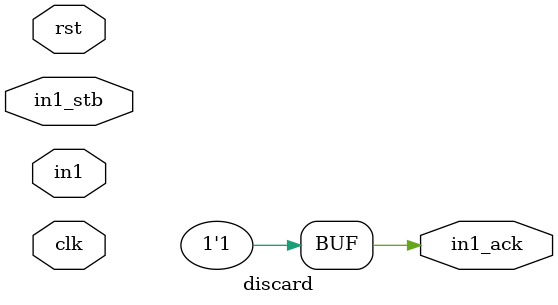
<source format=v>


module discard #(

    parameter bits=16

) (

    input clk,
    input rst,
   
    input [bits-1:0] in1,
    input in1_stb,
    output in1_ack

);

  assign in1_ack = 1'b1;

endmodule

</source>
